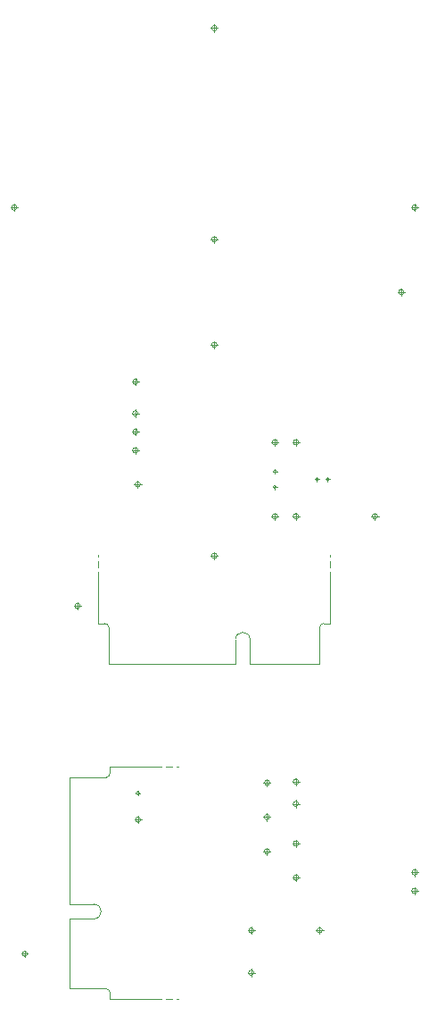
<source format=gbr>
%TF.GenerationSoftware,KiCad,Pcbnew,7.0.6*%
%TF.CreationDate,2023-08-09T14:48:55+09:30*%
%TF.ProjectId,backplane,6261636b-706c-4616-9e65-2e6b69636164,V1.0*%
%TF.SameCoordinates,Original*%
%TF.FileFunction,OtherDrawing,Comment*%
%FSLAX46Y46*%
G04 Gerber Fmt 4.6, Leading zero omitted, Abs format (unit mm)*
G04 Created by KiCad (PCBNEW 7.0.6) date 2023-08-09 14:48:55*
%MOMM*%
%LPD*%
G01*
G04 APERTURE LIST*
%ADD10C,0.050000*%
%ADD11C,0.100000*%
G04 APERTURE END LIST*
D10*
%TO.C,SL5*%
X128750000Y-97725000D02*
X128750000Y-97275000D01*
X128525000Y-97500000D02*
X128975000Y-97500000D01*
X128918800Y-97500000D02*
G75*
G03*
X128918800Y-97500000I-168800J0D01*
G01*
%TO.C,MNT2*%
X142000000Y-70650000D02*
X142000000Y-71350000D01*
X142350000Y-71000000D02*
X141650000Y-71000000D01*
X142250000Y-71000000D02*
G75*
G03*
X142250000Y-71000000I-250000J0D01*
G01*
%TO.C,R1*%
X131100000Y-93250000D02*
X130400000Y-93250000D01*
X130750000Y-93600000D02*
X130750000Y-92900000D01*
X131000000Y-93250000D02*
G75*
G03*
X131000000Y-93250000I-250000J0D01*
G01*
%TO.C,SL1*%
X115525000Y-126500000D02*
X115975000Y-126500000D01*
X115750000Y-126275000D02*
X115750000Y-126725000D01*
X115918800Y-126500000D02*
G75*
G03*
X115918800Y-126500000I-168800J0D01*
G01*
%TO.C,R2*%
X131000000Y-100250000D02*
G75*
G03*
X131000000Y-100250000I-250000J0D01*
G01*
X130750000Y-99900000D02*
X130750000Y-100600000D01*
X130400000Y-100250000D02*
X131100000Y-100250000D01*
%TO.C,R9*%
X115500000Y-90850000D02*
X115500000Y-90150000D01*
X115150000Y-90500000D02*
X115850000Y-90500000D01*
X115750000Y-90500000D02*
G75*
G03*
X115750000Y-90500000I-250000J0D01*
G01*
D11*
%TO.C,X1*%
X113100000Y-146000000D02*
X118000000Y-146000000D01*
X118400000Y-146000000D02*
X119000000Y-146000000D01*
X119400000Y-146000000D02*
X119600000Y-146000000D01*
X113100000Y-145400000D02*
X113100000Y-146000000D01*
X109250000Y-145000000D02*
X112700000Y-145000000D01*
X109250000Y-145000000D02*
X109250000Y-138400000D01*
X109250000Y-138400000D02*
X111550000Y-138400000D01*
X109250000Y-137000000D02*
X111550000Y-137000000D01*
X109250000Y-125000000D02*
X109250000Y-137000000D01*
X109250000Y-125000000D02*
X112700000Y-125000000D01*
X113100000Y-124600000D02*
X113100000Y-124000000D01*
X113100000Y-124000000D02*
X118000000Y-124000000D01*
X118400000Y-124000000D02*
X119000000Y-124000000D01*
X119400000Y-124000000D02*
X119600000Y-124000000D01*
X113100000Y-145400000D02*
G75*
G03*
X112700000Y-145000000I-399999J1D01*
G01*
X111550000Y-138400000D02*
G75*
G03*
X111550000Y-137000000I0J700000D01*
G01*
X112700000Y-125000000D02*
G75*
G03*
X113100000Y-124600000I0J400000D01*
G01*
D10*
%TO.C,F2*%
X115735000Y-96900000D02*
X115735000Y-97600000D01*
X116085000Y-97250000D02*
X115385000Y-97250000D01*
X115985000Y-97250000D02*
G75*
G03*
X115985000Y-97250000I-250000J0D01*
G01*
%TO.C,C2*%
X130750000Y-127150000D02*
X130750000Y-127850000D01*
X131100000Y-127500000D02*
X130400000Y-127500000D01*
X131000000Y-127500000D02*
G75*
G03*
X131000000Y-127500000I-250000J0D01*
G01*
%TO.C,MNT3*%
X104000000Y-70650000D02*
X104000000Y-71350000D01*
X104350000Y-71000000D02*
X103650000Y-71000000D01*
X104250000Y-71000000D02*
G75*
G03*
X104250000Y-71000000I-250000J0D01*
G01*
%TO.C,MNT1*%
X133000000Y-139150000D02*
X133000000Y-139850000D01*
X133350000Y-139500000D02*
X132650000Y-139500000D01*
X133250000Y-139500000D02*
G75*
G03*
X133250000Y-139500000I-250000J0D01*
G01*
%TO.C,SL4*%
X128750000Y-96225000D02*
X128750000Y-95775000D01*
X128525000Y-96000000D02*
X128975000Y-96000000D01*
X128918800Y-96000000D02*
G75*
G03*
X128918800Y-96000000I-168800J0D01*
G01*
%TO.C,C3*%
X130750000Y-125045000D02*
X130750000Y-125745000D01*
X131100000Y-125395000D02*
X130400000Y-125395000D01*
X131000000Y-125395000D02*
G75*
G03*
X131000000Y-125395000I-250000J0D01*
G01*
D11*
%TO.C,X3*%
X134000000Y-110400000D02*
X134000000Y-105500000D01*
X134000000Y-105100000D02*
X134000000Y-104500000D01*
X134000000Y-104100000D02*
X134000000Y-103900000D01*
X133400000Y-110400000D02*
X134000000Y-110400000D01*
X133000000Y-114250000D02*
X133000000Y-110800000D01*
X133000000Y-114250000D02*
X126400000Y-114250000D01*
X126400000Y-114250000D02*
X126400000Y-111950000D01*
X125000000Y-114250000D02*
X125000000Y-111950000D01*
X113000000Y-114250000D02*
X125000000Y-114250000D01*
X113000000Y-114250000D02*
X113000000Y-110800000D01*
X112600000Y-110400000D02*
X112000000Y-110400000D01*
X112000000Y-110400000D02*
X112000000Y-105500000D01*
X112000000Y-105100000D02*
X112000000Y-104500000D01*
X112000000Y-104100000D02*
X112000000Y-103900000D01*
X133400000Y-110400000D02*
G75*
G03*
X133000000Y-110800000I-1J-399999D01*
G01*
X126400000Y-111950000D02*
G75*
G03*
X125000000Y-111950000I-700000J0D01*
G01*
X113000000Y-110800000D02*
G75*
G03*
X112600000Y-110400000I-400000J0D01*
G01*
D10*
%TO.C,R15*%
X115400000Y-129000000D02*
X116100000Y-129000000D01*
X115750000Y-128650000D02*
X115750000Y-129350000D01*
X116000000Y-129000000D02*
G75*
G03*
X116000000Y-129000000I-250000J0D01*
G01*
%TO.C,C1*%
X130750000Y-134150000D02*
X130750000Y-134850000D01*
X131100000Y-134500000D02*
X130400000Y-134500000D01*
X131000000Y-134500000D02*
G75*
G03*
X131000000Y-134500000I-250000J0D01*
G01*
%TO.C,R16*%
X110000000Y-108400000D02*
X110000000Y-109100000D01*
X110350000Y-108750000D02*
X109650000Y-108750000D01*
X110250000Y-108750000D02*
G75*
G03*
X110250000Y-108750000I-250000J0D01*
G01*
%TO.C,Q1*%
X115750000Y-87500000D02*
G75*
G03*
X115750000Y-87500000I-250000J0D01*
G01*
X115150000Y-87500000D02*
X115850000Y-87500000D01*
X115500000Y-87850000D02*
X115500000Y-87150000D01*
%TO.C,R3*%
X129100000Y-93250000D02*
X128400000Y-93250000D01*
X128750000Y-93600000D02*
X128750000Y-92900000D01*
X129000000Y-93250000D02*
G75*
G03*
X129000000Y-93250000I-250000J0D01*
G01*
%TO.C,R5*%
X142000000Y-136100000D02*
X142000000Y-135400000D01*
X141650000Y-135750000D02*
X142350000Y-135750000D01*
X142250000Y-135750000D02*
G75*
G03*
X142250000Y-135750000I-250000J0D01*
G01*
%TO.C,R11*%
X127650000Y-125500000D02*
X128350000Y-125500000D01*
X128000000Y-125150000D02*
X128000000Y-125850000D01*
X128250000Y-125500000D02*
G75*
G03*
X128250000Y-125500000I-250000J0D01*
G01*
%TO.C,U9*%
X130400000Y-131250000D02*
X131100000Y-131250000D01*
X130750000Y-130900000D02*
X130750000Y-131600000D01*
X131000000Y-131250000D02*
G75*
G03*
X131000000Y-131250000I-250000J0D01*
G01*
%TO.C,R4*%
X129000000Y-100250000D02*
G75*
G03*
X129000000Y-100250000I-250000J0D01*
G01*
X128750000Y-99900000D02*
X128750000Y-100600000D01*
X128400000Y-100250000D02*
X129100000Y-100250000D01*
%TO.C,U1*%
X126500000Y-143850000D02*
X126500000Y-143150000D01*
X126150000Y-143500000D02*
X126850000Y-143500000D01*
X126750000Y-143500000D02*
G75*
G03*
X126750000Y-143500000I-250000J0D01*
G01*
%TO.C,R8*%
X115500000Y-91900000D02*
X115500000Y-92600000D01*
X115850000Y-92250000D02*
X115150000Y-92250000D01*
X115750000Y-92250000D02*
G75*
G03*
X115750000Y-92250000I-250000J0D01*
G01*
%TO.C,R10*%
X127650000Y-128750000D02*
X128350000Y-128750000D01*
X128000000Y-128400000D02*
X128000000Y-129100000D01*
X128250000Y-128750000D02*
G75*
G03*
X128250000Y-128750000I-250000J0D01*
G01*
%TO.C,SL7*%
X133975000Y-96750000D02*
X133525000Y-96750000D01*
X133750000Y-96975000D02*
X133750000Y-96525000D01*
X133918800Y-96750000D02*
G75*
G03*
X133918800Y-96750000I-168800J0D01*
G01*
%TO.C,SL6*%
X132525000Y-96750000D02*
X132975000Y-96750000D01*
X132750000Y-96525000D02*
X132750000Y-96975000D01*
X132918800Y-96750000D02*
G75*
G03*
X132918800Y-96750000I-168800J0D01*
G01*
%TO.C,R13*%
X115750000Y-94000000D02*
G75*
G03*
X115750000Y-94000000I-250000J0D01*
G01*
X115150000Y-94000000D02*
X115850000Y-94000000D01*
X115500000Y-94350000D02*
X115500000Y-93650000D01*
%TO.C,R12*%
X127650000Y-132000000D02*
X128350000Y-132000000D01*
X128000000Y-131650000D02*
X128000000Y-132350000D01*
X128250000Y-132000000D02*
G75*
G03*
X128250000Y-132000000I-250000J0D01*
G01*
%TO.C,R7*%
X138500000Y-100250000D02*
G75*
G03*
X138500000Y-100250000I-250000J0D01*
G01*
X138250000Y-100600000D02*
X138250000Y-99900000D01*
X138600000Y-100250000D02*
X137900000Y-100250000D01*
%TO.C,R6*%
X142025000Y-134350000D02*
X142025000Y-133650000D01*
X141675000Y-134000000D02*
X142375000Y-134000000D01*
X142275000Y-134000000D02*
G75*
G03*
X142275000Y-134000000I-250000J0D01*
G01*
%TO.C,F1*%
X126500000Y-139850000D02*
X126500000Y-139150000D01*
X126150000Y-139500000D02*
X126850000Y-139500000D01*
X126750000Y-139500000D02*
G75*
G03*
X126750000Y-139500000I-250000J0D01*
G01*
%TO.C,D1*%
X141100000Y-79000000D02*
X140400000Y-79000000D01*
X140750000Y-78650000D02*
X140750000Y-79350000D01*
X141000000Y-79000000D02*
G75*
G03*
X141000000Y-79000000I-250000J0D01*
G01*
%TO.C,MNT4*%
X123000000Y-103650000D02*
X123000000Y-104350000D01*
X122650000Y-104000000D02*
X123350000Y-104000000D01*
X123250000Y-104000000D02*
G75*
G03*
X123250000Y-104000000I-250000J0D01*
G01*
%TO.C,MNT7*%
X123000000Y-53650000D02*
X123000000Y-54350000D01*
X122650000Y-54000000D02*
X123350000Y-54000000D01*
X123250000Y-54000000D02*
G75*
G03*
X123250000Y-54000000I-250000J0D01*
G01*
%TO.C,X2*%
X105000000Y-142027500D02*
X105000000Y-141392500D01*
X105317500Y-141710000D02*
X104682500Y-141710000D01*
X105238100Y-141710000D02*
G75*
G03*
X105238100Y-141710000I-238100J0D01*
G01*
%TO.C,MNT6*%
X123000000Y-83650000D02*
X123000000Y-84350000D01*
X122650000Y-84000000D02*
X123350000Y-84000000D01*
X123250000Y-84000000D02*
G75*
G03*
X123250000Y-84000000I-250000J0D01*
G01*
%TO.C,MNT5*%
X123000000Y-73650000D02*
X123000000Y-74350000D01*
X122650000Y-74000000D02*
X123350000Y-74000000D01*
X123250000Y-74000000D02*
G75*
G03*
X123250000Y-74000000I-250000J0D01*
G01*
%TD*%
M02*

</source>
